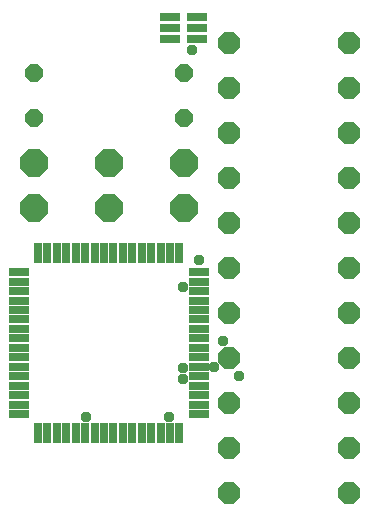
<source format=gbr>
G04 EAGLE Gerber X2 export*
%TF.Part,Single*%
%TF.FileFunction,Soldermask,Top,1*%
%TF.FilePolarity,Negative*%
%TF.GenerationSoftware,Autodesk,EAGLE,8.6.0*%
%TF.CreationDate,2018-03-08T02:42:11Z*%
G75*
%MOMM*%
%FSLAX34Y34*%
%LPD*%
%AMOC8*
5,1,8,0,0,1.08239X$1,22.5*%
G01*
%ADD10P,2.556822X8X22.500000*%
%ADD11P,1.951982X8X22.500000*%
%ADD12R,1.676400X0.711200*%
%ADD13R,0.711200X1.676400*%
%ADD14R,1.676400X0.762000*%
%ADD15P,1.649562X8X22.500000*%
%ADD16C,0.959600*%


D10*
X38100Y304800D03*
X38100Y266700D03*
X165100Y304800D03*
X101600Y266700D03*
D11*
X304800Y406400D03*
X304800Y368300D03*
X203200Y177800D03*
X203200Y368300D03*
X203200Y330200D03*
X203200Y292100D03*
X203200Y406400D03*
D10*
X101600Y304800D03*
D11*
X304800Y101600D03*
X304800Y215900D03*
X304800Y63500D03*
D10*
X165100Y266700D03*
D11*
X304800Y177800D03*
X203200Y215900D03*
X304800Y25400D03*
X203200Y254000D03*
D12*
X25400Y212344D03*
X25400Y204470D03*
X25400Y196342D03*
X25400Y188468D03*
X25400Y180340D03*
X25400Y172466D03*
X25400Y164338D03*
X25400Y156464D03*
X25400Y148336D03*
X25400Y140462D03*
X25400Y132334D03*
X25400Y124460D03*
X25400Y116332D03*
X25400Y108458D03*
X25400Y100330D03*
X25400Y92456D03*
D13*
X41656Y76200D03*
X49530Y76200D03*
X57658Y76200D03*
X65532Y76200D03*
X73660Y76200D03*
X81534Y76200D03*
X89662Y76200D03*
X97536Y76200D03*
X105664Y76200D03*
X113538Y76200D03*
X121666Y76200D03*
X129540Y76200D03*
X137668Y76200D03*
X145542Y76200D03*
X153670Y76200D03*
X161544Y76200D03*
D12*
X177800Y92456D03*
X177800Y100330D03*
X177800Y108458D03*
X177800Y116332D03*
X177800Y124460D03*
X177800Y132334D03*
X177800Y140462D03*
X177800Y148336D03*
X177800Y156464D03*
X177800Y164338D03*
X177800Y172466D03*
X177800Y180340D03*
X177800Y188468D03*
X177800Y196342D03*
X177800Y204470D03*
X177800Y212344D03*
D13*
X161544Y228600D03*
X153670Y228600D03*
X145542Y228600D03*
X137668Y228600D03*
X129540Y228600D03*
X121666Y228600D03*
X113538Y228600D03*
X105664Y228600D03*
X97536Y228600D03*
X89662Y228600D03*
X81534Y228600D03*
X73660Y228600D03*
X65532Y228600D03*
X57658Y228600D03*
X49530Y228600D03*
X41656Y228600D03*
D11*
X304800Y139700D03*
X304800Y330200D03*
X203200Y63500D03*
X203200Y25400D03*
X304800Y292100D03*
X203200Y139700D03*
X203200Y101600D03*
X304800Y254000D03*
D14*
X153924Y428600D03*
X153924Y419100D03*
X153924Y409600D03*
X176276Y409600D03*
X176276Y419100D03*
X176276Y428600D03*
D15*
X38100Y342900D03*
X165100Y342900D03*
X38100Y381000D03*
X165100Y381000D03*
D16*
X164592Y199644D03*
X164592Y121920D03*
X211836Y124968D03*
X164592Y131064D03*
X190500Y132588D03*
X198120Y153924D03*
X152400Y89916D03*
X178308Y222504D03*
X82296Y89916D03*
X172212Y400812D03*
M02*

</source>
